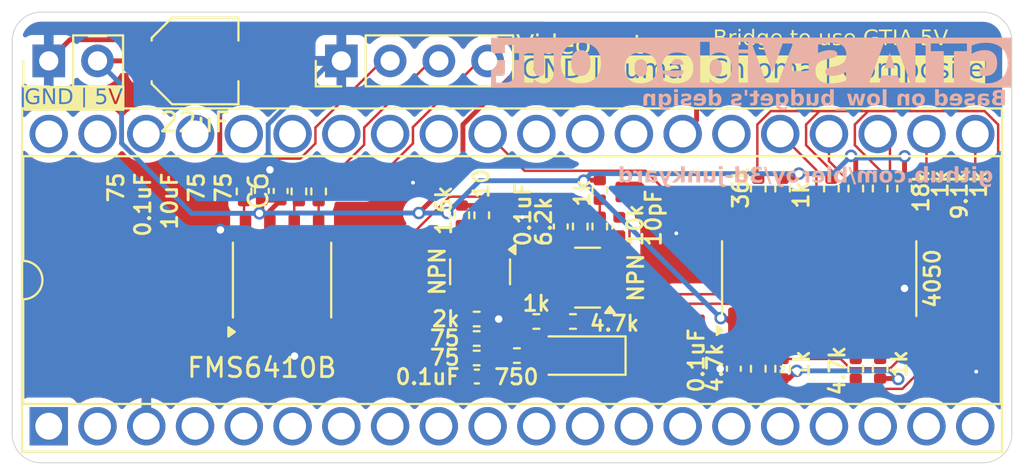
<source format=kicad_pcb>
(kicad_pcb (version 20240108) (generator "pcbnew") (generator_version "8.0")
  (title_block (title "S-video Atari board") (date "2025-01-16") (rev "3"))
  (layers (0 "F.Cu" signal) (31 "B.Cu" signal) (34 "B.Paste" user) (35 "F.Paste" user) (36 "B.SilkS" user "B.Silkscreen") (37 "F.SilkS" user "F.Silkscreen") (38 "B.Mask" user) (39 "F.Mask" user) (44 "Edge.Cuts" user))
  (net 0 "")
  (net 1 "Net-(U2-Y_{IN})")
  (net 2 "Net-(C1-Pad2)")
  (net 3 "Net-(C2-Pad2)")
  (net 4 "Net-(Q2-B)")
  (net 5 "Net-(U2-C_{IN})")
  (net 6 "Net-(C3-Pad2)")
  (net 7 "GND")
  (net 8 "+5V")
  (net 9 "Net-(D1-K)")
  (net 10 "Net-(D1-A)")
  (net 13 "L2")
  (net 30 "L1")
  (net 32 "L0")
  (net 36 "SYNC")
  (net 42 "L3")
  (net 45 "CHROMA")
  (net 49 "CHROMA OUT")
  (net 50 "COMPOSITE OUT")
  (net 51 "LUMA OUT")
  (net 52 "Net-(Q1-E)")
  (net 53 "Net-(Q1-B)")
  (net 54 "Net-(Q1-C)")
  (net 55 "Net-(Q2-E)")
  (net 56 "Net-(Q2-C)")
  (net 57 "Net-(R7-Pad2)")
  (net 58 "Net-(R8-Pad2)")
  (net 59 "Net-(R9-Pad2)")
  (net 60 "Net-(R10-Pad2)")
  (net 61 "Net-(U2-Y_{OUT})")
  (net 62 "Net-(U2-CV_{OUT})")
  (net 63 "Net-(U2-C_{OUT})")
  (net 64 "Net-(R19-Pad2)")
  (net 65 "GTIA 5V")
  (footprint "Resistor_SMD:R_0402_1005Metric" (layer "F.Cu") (at 61.087 43.4848 -90)
    (property "Reference" "R5" (hide yes))
    (property "Value" "1k" (at 0.3302 -0.9652 90) (layer "F.SilkS") (effects (font (size 0.8 0.8))))
    (pad "1" smd roundrect (at -0.51 0 270) (size 0.54 0.64) (layers "F.Cu" "F.Paste" "F.Mask") (net 8 "+5V"))
    (pad "2" smd roundrect (at 0.51 0 270) (size 0.54 0.64) (layers "F.Cu" "F.Paste" "F.Mask") (net 32 "L0"))
  )
  (footprint "Resistor_SMD:R_0402_1005Metric" (layer "F.Cu") (at 51.562 43.561 90)
    (property "Reference" "R22" (hide yes))
    (property "Value" "1k" (at -0.1524 -0.9144 90) (layer "F.SilkS") (effects (font (size 0.8 0.8))))
    (pad "1" smd roundrect (at -0.51 0 90) (size 0.54 0.64) (layers "F.Cu" "F.Paste" "F.Mask") (net 56 "Net-(Q2-C)"))
    (pad "2" smd roundrect (at 0.51 0 90) (size 0.54 0.64) (layers "F.Cu" "F.Paste" "F.Mask") (net 8 "+5V"))
  )
  (footprint "Package_SO:SOIC-16_3.9x9.9mm_P1.27mm" (layer "F.Cu") (at 62.992 48.1838 90)
    (property "Reference" "U1" (hide yes))
    (property "Value" "4050" (at 0 5.9 90) (layer "F.SilkS") (effects (font (size 0.8 0.8))))
    (pad "1" smd roundrect (at -2.475 -4.445 90) (size 1.95 0.6) (layers "F.Cu" "F.Paste" "F.Mask") (net 8 "+5V"))
    (pad "2" smd roundrect (at -2.475 -3.175 90) (size 1.95 0.6) (layers "F.Cu" "F.Paste" "F.Mask") (net 64 "Net-(R19-Pad2)"))
    (pad "3" smd roundrect (at -2.475 -1.905 90) (size 1.95 0.6) (layers "F.Cu" "F.Paste" "F.Mask") (net 45 "CHROMA"))
    (pad "4" smd roundrect (at -2.475 -0.635 90) (size 1.95 0.6) (layers "F.Cu" "F.Paste" "F.Mask") (net 9 "Net-(D1-K)"))
    (pad "5" smd roundrect (at -2.475 0.635 90) (size 1.95 0.6) (layers "F.Cu" "F.Paste" "F.Mask") (net 36 "SYNC"))
    (pad "6" smd roundrect (at -2.475 1.905 90) (size 1.95 0.6) (layers "F.Cu" "F.Paste" "F.Mask") (net 58 "Net-(R8-Pad2)"))
    (pad "7" smd roundrect (at -2.475 3.175 90) (size 1.95 0.6) (layers "F.Cu" "F.Paste" "F.Mask") (net 42 "L3"))
    (pad "8" smd roundrect (at -2.475 4.445 90) (size 1.95 0.6) (layers "F.Cu" "F.Paste" "F.Mask") (net 7 "GND"))
    (pad "9" smd roundrect (at 2.475 4.445 90) (size 1.95 0.6) (layers "F.Cu" "F.Paste" "F.Mask") (net 13 "L2"))
    (pad "10" smd roundrect (at 2.475 3.175 90) (size 1.95 0.6) (layers "F.Cu" "F.Paste" "F.Mask") (net 59 "Net-(R9-Pad2)"))
    (pad "11" smd roundrect (at 2.475 1.905 90) (size 1.95 0.6) (layers "F.Cu" "F.Paste" "F.Mask") (net 30 "L1"))
    (pad "12" smd roundrect (at 2.475 0.635 90) (size 1.95 0.6) (layers "F.Cu" "F.Paste" "F.Mask") (net 60 "Net-(R10-Pad2)"))
    (pad "13" smd roundrect (at 2.475 -0.635 90) (size 1.95 0.6) (layers "F.Cu" "F.Paste" "F.Mask"))
    (pad "14" smd roundrect (at 2.475 -1.905 90) (size 1.95 0.6) (layers "F.Cu" "F.Paste" "F.Mask") (net 32 "L0"))
    (pad "15" smd roundrect (at 2.475 -3.175 90) (size 1.95 0.6) (layers "F.Cu" "F.Paste" "F.Mask") (net 57 "Net-(R7-Pad2)"))
    (pad "16" smd roundrect (at 2.475 -4.445 90) (size 1.95 0.6) (layers "F.Cu" "F.Paste" "F.Mask"))
  )
  (footprint "Resistor_SMD:R_0402_1005Metric" (layer "F.Cu") (at 63.627 43.4848 -90)
    (property "Reference" "R10" (hide yes))
    (property "Value" "18k" (at -1.0414 -4.673601 90) (layer "F.SilkS") (effects (font (size 0.8 0.8)) (justify right)))
    (pad "1" smd roundrect (at -0.51 0 270) (size 0.54 0.64) (layers "F.Cu" "F.Paste" "F.Mask") (net 53 "Net-(Q1-B)"))
    (pad "2" smd roundrect (at 0.51 0 270) (size 0.54 0.64) (layers "F.Cu" "F.Paste" "F.Mask") (net 60 "Net-(R10-Pad2)"))
  )
  (footprint "Package_DIP:DIP-40_W15.24mm_Socket" (layer "F.Cu") (at 22.86 55.88 90)
    (property "Reference" "J1" (hide yes))
    (property "Value" "GTIA" (hide yes))
    (pad "1" thru_hole rect (at 0 0 90) (size 2 2) (drill 1.4) (layers "*.Cu" "*.Mask"))
    (pad "2" thru_hole oval (at 0 2.54 90) (size 2 2) (drill 1.4) (layers "*.Cu" "*.Mask"))
    (pad "3" thru_hole oval (at 0 5.08 90) (size 2 2) (drill 1.4) (layers "*.Cu" "*.Mask") (net 7 "GND"))
    (pad "4" thru_hole oval (at 0 7.62 90) (size 2 2) (drill 1.4) (layers "*.Cu" "*.Mask"))
    (pad "5" thru_hole oval (at 0 10.16 90) (size 2 2) (drill 1.4) (layers "*.Cu" "*.Mask"))
    (pad "6" thru_hole oval (at 0 12.7 90) (size 2 2) (drill 1.4) (layers "*.Cu" "*.Mask"))
    (pad "7" thru_hole oval (at 0 15.24 90) (size 2 2) (drill 1.4) (layers "*.Cu" "*.Mask"))
    (pad "8" thru_hole oval (at 0 17.78 90) (size 2 2) (drill 1.4) (layers "*.Cu" "*.Mask"))
    (pad "9" thru_hole oval (at 0 20.32 90) (size 2 2) (drill 1.4) (layers "*.Cu" "*.Mask"))
    (pad "10" thru_hole oval (at 0 22.86 90) (size 2 2) (drill 1.4) (layers "*.Cu" "*.Mask"))
    (pad "11" thru_hole oval (at 0 25.4 90) (size 2 2) (drill 1.4) (layers "*.Cu" "*.Mask"))
    (pad "12" thru_hole oval (at 0 27.94 90) (size 2 2) (drill 1.4) (layers "*.Cu" "*.Mask"))
    (pad "13" thru_hole oval (at 0 30.48 90) (size 2 2) (drill 1.4) (layers "*.Cu" "*.Mask"))
    (pad "14" thru_hole oval (at 0 33.02 90) (size 2 2) (drill 1.4) (layers "*.Cu" "*.Mask"))
    (pad "15" thru_hole oval (at 0 35.56 90) (size 2 2) (drill 1.4) (layers "*.Cu" "*.Mask"))
    (pad "16" thru_hole oval (at 0 38.1 90) (size 2 2) (drill 1.4) (layers "*.Cu" "*.Mask"))
    (pad "17" thru_hole oval (at 0 40.64 90) (size 2 2) (drill 1.4) (layers "*.Cu" "*.Mask"))
    (pad "18" thru_hole oval (at 0 43.18 90) (size 2 2) (drill 1.4) (layers "*.Cu" "*.Mask"))
    (pad "19" thru_hole oval (at 0 45.72 90) (size 2 2) (drill 1.4) (layers "*.Cu" "*.Mask"))
    (pad "20" thru_hole oval (at 0 48.26 90) (size 2 2) (drill 1.4) (layers "*.Cu" "*.Mask"))
    (pad "21" thru_hole oval (at 15.24 48.26 90) (size 2 2) (drill 1.4) (layers "*.Cu" "*.Mask") (net 45 "CHROMA"))
    (pad "22" thru_hole oval (at 15.24 45.72 90) (size 2 2) (drill 1.4) (layers "*.Cu" "*.Mask") (net 30 "L1"))
    (pad "23" thru_hole oval (at 15.24 43.18 90) (size 2 2) (drill 1.4) (layers "*.Cu" "*.Mask") (net 13 "L2"))
    (pad "24" thru_hole oval (at 15.24 40.64 90) (size 2 2) (drill 1.4) (layers "*.Cu" "*.Mask") (net 42 "L3"))
    (pad "25" thru_hole oval (at 15.24 38.1 90) (size 2 2) (drill 1.4) (layers "*.Cu" "*.Mask") (net 36 "SYNC"))
    (pad "26" thru_hole oval (at 15.24 35.56 90) (size 2 2) (drill 1.4) (layers "*.Cu" "*.Mask"))
    (pad "27" thru_hole oval (at 15.24 33.02 90) (size 2 2) (drill 1.4) (layers "*.Cu" "*.Mask") (net 65 "GTIA 5V"))
    (pad "28" thru_hole oval (at 15.24 30.48 90) (size 2 2) (drill 1.4) (layers "*.Cu" "*.Mask"))
    (pad "29" thru_hole oval (at 15.24 27.94 90) (size 2 2) (drill 1.4) (layers "*.Cu" "*.Mask"))
    (pad "30" thru_hole oval (at 15.24 25.4 90) (size 2 2) (drill 1.4) (layers "*.Cu" "*.Mask"))
    (pad "31" thru_hole oval (at 15.24 22.86 90) (size 2 2) (drill 1.4) (layers "*.Cu" "*.Mask") (net 32 "L0"))
    (pad "32" thru_hole oval (at 15.24 20.32 90) (size 2 2) (drill 1.4) (layers "*.Cu" "*.Mask"))
    (pad "33" thru_hole oval (at 15.24 17.78 90) (size 2 2) (drill 1.4) (layers "*.Cu" "*.Mask"))
    (pad "34" thru_hole oval (at 15.24 15.24 90) (size 2 2) (drill 1.4) (layers "*.Cu" "*.Mask"))
    (pad "35" thru_hole oval (at 15.24 12.7 90) (size 2 2) (drill 1.4) (layers "*.Cu" "*.Mask"))
    (pad "36" thru_hole oval (at 15.24 10.16 90) (size 2 2) (drill 1.4) (layers "*.Cu" "*.Mask"))
    (pad "37" thru_hole oval (at 15.24 7.62 90) (size 2 2) (drill 1.4) (layers "*.Cu" "*.Mask"))
    (pad "38" thru_hole oval (at 15.24 5.08 90) (size 2 2) (drill 1.4) (layers "*.Cu" "*.Mask"))
    (pad "39" thru_hole oval (at 15.24 2.54 90) (size 2 2) (drill 1.4) (layers "*.Cu" "*.Mask"))
    (pad "40" thru_hole oval (at 15.24 0 90) (size 2 2) (drill 1.4) (layers "*.Cu" "*.Mask"))
  )
  (footprint "Capacitor_SMD:C_0402_1005Metric" (layer "F.Cu") (at 34.9392 43.6118 90)
    (property "Reference" "C6" (at 0 -1.16 90) (layer "F.SilkS"))
    (property "Value" "10uF" (at 1.0414 -5.78 90) (layer "F.SilkS") (effects (font (size 0.8 0.8)) (justify right)))
    (pad "1" smd roundrect (at -0.48 0 90) (size 0.56 0.62) (layers "F.Cu" "F.Paste" "F.Mask") (net 8 "+5V"))
    (pad "2" smd roundrect (at 0.48 0 90) (size 0.56 0.62) (layers "F.Cu" "F.Paste" "F.Mask") (net 7 "GND"))
  )
  (footprint "Resistor_SMD:R_0402_1005Metric" (layer "F.Cu") (at 64.897 52.8828 90)
    (property "Reference" "R8" (hide yes))
    (property "Value" "4.7k" (at -0.1016 -0.9652 90) (layer "F.SilkS") (effects (font (size 0.8 0.8))))
    (pad "1" smd roundrect (at -0.51 0 90) (size 0.54 0.64) (layers "F.Cu" "F.Paste" "F.Mask") (net 53 "Net-(Q1-B)"))
    (pad "2" smd roundrect (at 0.51 0 90) (size 0.54 0.64) (layers "F.Cu" "F.Paste" "F.Mask") (net 58 "Net-(R8-Pad2)"))
  )
  (footprint "Resistor_SMD:R_0402_1005Metric" (layer "F.Cu") (at 45.1499 50.292 180)
    (property "Reference" "R13" (hide yes))
    (property "Value" "2k" (at 0.8015 0.008466 360) (layer "F.SilkS") (effects (font (size 0.8 0.8)) (justify right)))
    (pad "1" smd roundrect (at -0.51 0 180) (size 0.54 0.64) (layers "F.Cu" "F.Paste" "F.Mask") (net 7 "GND"))
    (pad "2" smd roundrect (at 0.51 0 180) (size 0.54 0.64) (layers "F.Cu" "F.Paste" "F.Mask") (net 53 "Net-(Q1-B)"))
  )
  (footprint "Resistor_SMD:R_0402_1005Metric" (layer "F.Cu") (at 45.1499 52.324 180)
    (property "Reference" "R14" (hide yes))
    (property "Value" "75" (at 0.8015 0.0254 360) (layer "F.SilkS") (effects (font (size 0.8 0.8)) (justify right)))
    (pad "1" smd roundrect (at -0.51 0 180) (size 0.54 0.64) (layers "F.Cu" "F.Paste" "F.Mask") (net 2 "Net-(C1-Pad2)"))
    (pad "2" smd roundrect (at 0.51 0 180) (size 0.54 0.64) (layers "F.Cu" "F.Paste" "F.Mask") (net 52 "Net-(Q1-E)"))
  )
  (footprint "Package_SO:SOIC-8-1EP_3.9x4.9mm_P1.27mm_EP2.29x3mm" (layer "F.Cu") (at 35.0124 48.26 90)
    (property "Reference" "U2" (hide yes))
    (property "Value" "FMS6410B" (at -4.572 -1.0526 180) (layer "F.SilkS"))
    (pad "1" smd roundrect (at -2.475 -1.905 90) (size 1.95 0.6) (layers "F.Cu" "F.Paste" "F.Mask") (net 1 "Net-(U2-Y_{IN})"))
    (pad "2" smd roundrect (at -2.475 -0.635 90) (size 1.95 0.6) (layers "F.Cu" "F.Paste" "F.Mask"))
    (pad "3" smd roundrect (at -2.475 0.635 90) (size 1.95 0.6) (layers "F.Cu" "F.Paste" "F.Mask") (net 7 "GND"))
    (pad "4" smd roundrect (at -2.475 1.905 90) (size 1.95 0.6) (layers "F.Cu" "F.Paste" "F.Mask") (net 5 "Net-(U2-C_{IN})"))
    (pad "5" smd roundrect (at 2.475 1.905 90) (size 1.95 0.6) (layers "F.Cu" "F.Paste" "F.Mask") (net 63 "Net-(U2-C_{OUT})"))
    (pad "6" smd roundrect (at 2.475 0.635 90) (size 1.95 0.6) (layers "F.Cu" "F.Paste" "F.Mask") (net 62 "Net-(U2-CV_{OUT})"))
    (pad "7" smd roundrect (at 2.475 -0.635 90) (size 1.95 0.6) (layers "F.Cu" "F.Paste" "F.Mask") (net 8 "+5V"))
    (pad "8" smd roundrect (at 2.475 -1.905 90) (size 1.95 0.6) (layers "F.Cu" "F.Paste" "F.Mask") (net 61 "Net-(U2-Y_{OUT})"))
    (pad "9" smd rect (at 0 0 90) (size 2.29 3) (property pad_prop_heatsink) (layers "F.Cu" "F.Mask"))
  )
  (footprint "Resistor_SMD:R_0402_1005Metric" (layer "F.Cu") (at 50.546 45.466 90)
    (property "Reference" "R23" (hide yes))
    (property "Value" "6.2k" (at -1.1176 -1.905 90) (layer "F.SilkS") (effects (font (size 0.8 0.8)) (justify left)))
    (pad "1" smd roundrect (at -0.51 0 90) (size 0.54 0.64) (layers "F.Cu" "F.Paste" "F.Mask") (net 6 "Net-(C3-Pad2)"))
    (pad "2" smd roundrect (at 0.51 0 90) (size 0.54 0.64) (layers "F.Cu" "F.Paste" "F.Mask") (net 56 "Net-(Q2-C)"))
  )
  (footprint "Connector_PinHeader_2.54mm:PinHeader_1x04_P2.54mm_Vertical" (layer "F.Cu") (at 38.1 36.83 90)
    (property "Reference" "J3" (hide yes))
    (property "Value" "Video out" (at 0.7874 12.4206 180) (layer "F.SilkS"))
    (pad "1" thru_hole rect (at 0 0 90) (size 1.7 1.7) (drill 1) (layers "*.Cu" "*.Mask") (net 7 "GND"))
    (pad "2" thru_hole oval (at 0 2.54 90) (size 1.7 1.7) (drill 1) (layers "*.Cu" "*.Mask") (net 51 "LUMA OUT"))
    (pad "3" thru_hole oval (at 0 5.08 90) (size 1.7 1.7) (drill 1) (layers "*.Cu" "*.Mask") (net 49 "CHROMA OUT"))
    (pad "4" thru_hole oval (at 0 7.62 90) (size 1.7 1.7) (drill 1) (layers "*.Cu" "*.Mask") (net 50 "COMPOSITE OUT"))
  )
  (footprint "Resistor_SMD:R_0402_1005Metric" (layer "F.Cu") (at 67.437 43.4848 -90)
    (property "Reference" "R3" (hide yes))
    (property "Value" "1k" (at -1.0414 -3.860799 90) (layer "F.SilkS") (effects (font (size 0.8 0.8)) (justify right)))
    (pad "1" smd roundrect (at -0.51 0 270) (size 0.54 0.64) (layers "F.Cu" "F.Paste" "F.Mask") (net 8 "+5V"))
    (pad "2" smd roundrect (at 0.51 0 270) (size 0.54 0.64) (layers "F.Cu" "F.Paste" "F.Mask") (net 13 "L2"))
  )
  (footprint "Resistor_SMD:R_0402_1005Metric" (layer "F.Cu") (at 64.897 43.4848 -90)
    (property "Reference" "R4" (hide yes))
    (property "Value" "1k" (at -1.0414 -4.402667 90) (layer "F.SilkS") (effects (font (size 0.8 0.8)) (justify right)))
    (pad "1" smd roundrect (at -0.51 0 270) (size 0.54 0.64) (layers "F.Cu" "F.Paste" "F.Mask") (net 8 "+5V"))
    (pad "2" smd roundrect (at 0.51 0 270) (size 0.54 0.64) (layers "F.Cu" "F.Paste" "F.Mask") (net 30 "L1"))
  )
  (footprint "Resistor_SMD:R_0402_1005Metric" (layer "F.Cu") (at 33.0342 43.6372 90)
    (property "Reference" "R16" (hide yes))
    (property "Value" "75" (at 1.0668 -6.669 90) (layer "F.SilkS") (effects (font (size 0.8 0.8)) (justify right)))
    (pad "1" smd roundrect (at -0.51 0 90) (size 0.54 0.64) (layers "F.Cu" "F.Paste" "F.Mask") (net 61 "Net-(U2-Y_{OUT})"))
    (pad "2" smd roundrect (at 0.51 0 90) (size 0.54 0.64) (layers "F.Cu" "F.Paste" "F.Mask") (net 51 "LUMA OUT"))
  )
  (footprint "Resistor_SMD:R_0402_1005Metric" (layer "F.Cu") (at 51.562 45.466 -90)
    (property "Reference" "R20" (hide yes))
    (property "Value" "10k" (at 1.1176 -1.837267 90) (layer "F.SilkS") (effects (font (size 0.8 0.8)) (justify left)))
    (pad "1" smd roundrect (at -0.51 0 270) (size 0.54 0.64) (layers "F.Cu" "F.Paste" "F.Mask") (net 56 "Net-(Q2-C)"))
    (pad "2" smd roundrect (at 0.51 0 270) (size 0.54 0.64) (layers "F.Cu" "F.Paste" "F.Mask") (net 4 "Net-(Q2-B)"))
  )
  (footprint "Capacitor_SMD:C_Elec_4x5.4" (layer "F.Cu") (at 30.48 36.83)
    (property "Reference" "C7" (hide yes))
    (property "Value" "22uF" (at 0 3.2 360) (layer "F.SilkS"))
    (pad "1" smd roundrect (at -1.675 0) (size 2.65 1.6) (layers "F.Cu" "F.Paste" "F.Mask") (roundrect_rratio 0.15625) (net 8 "+5V"))
    (pad "2" smd roundrect (at 1.675 0) (size 2.65 1.6) (layers "F.Cu" "F.Paste" "F.Mask") (roundrect_rratio 0.15625) (net 7 "GND"))
  )
  (footprint "Capacitor_SMD:C_0402_1005Metric" (layer "F.Cu") (at 33.9598 43.6118 90)
    (property "Reference" "C5" (hide yes))
    (property "Value" "0.1uF" (at 1.0414 -6.1976 90) (layer "F.SilkS") (effects (font (size 0.8 0.8)) (justify right)))
    (pad "1" smd roundrect (at -0.48 0 90) (size 0.56 0.62) (layers "F.Cu" "F.Paste" "F.Mask") (net 8 "+5V"))
    (pad "2" smd roundrect (at 0.48 0 90) (size 0.56 0.62) (layers "F.Cu" "F.Paste" "F.Mask") (net 7 "GND"))
  )
  (footprint "Resistor_SMD:R_0402_1005Metric" (layer "F.Cu") (at 61.087 52.8828 -90)
    (property "Reference" "R1" (hide yes))
    (property "Value" "1k" (at -0.254 -0.9906 -90) (layer "F.SilkS") (effects (font (size 0.8 0.8))))
    (fp_text user "${REFERENCE}" (at 0 0 90) (layer "F.SilkS") (effects (font (size 0.26 0.26) (thickness 0.04))))
    (pad "1" smd roundrect (at -0.51 0 270) (size 0.54 0.64) (layers "F.Cu" "F.Paste" "F.Mask") (net 45 "CHROMA"))
    (pad "2" smd roundrect (at 0.51 0 270) (size 0.54 0.64) (layers "F.Cu" "F.Paste" "F.Mask") (net 8 "+5V"))
  )
  (footprint "DecenTKL:D_SOD-123" (layer "F.Cu") (at 50.546 52.197 180)
    (property "Reference" "D1" (hide yes))
    (property "Value" "SM4007PL" (hide yes))
    (pad "1" smd roundrect (at -1.65 0 180) (size 0.9 1.2) (layers "F.Cu" "F.Paste" "F.Mask") (net 9 "Net-(D1-K)"))
    (pad "2" smd roundrect (at 1.65 0 180) (size 0.9 1.2) (layers "F.Cu" "F.Paste" "F.Mask") (net 10 "Net-(D1-A)"))
  )
  (footprint "Capacitor_SMD:C_0402_1005Metric" (layer "F.Cu") (at 49.53 45.466 -90)
    (property "Reference" "C3" (hide yes))
    (property "Value" "0.1uF" (at 1.1176 1.972733 90) (layer "F.SilkS") (effects (font (size 0.8 0.8)) (justify left)))
    (pad "1" smd roundrect (at -0.48 0 270) (size 0.56 0.62) (layers "F.Cu" "F.Paste" "F.Mask") (net 5 "Net-(U2-C_{IN})"))
    (pad "2" smd roundrect (at 0.48 0 270) (size 0.56 0.62) (layers "F.Cu" "F.Paste" "F.Mask") (net 6 "Net-(C3-Pad2)"))
  )
  (footprint "Jumper:SolderJumper-2_P1.3mm_Open_TrianglePad1.0x1.5mm" (layer "F.Cu") (at 55.88 35.56 180)
    (property "Reference" "JP1" (hide yes))
    (property "Value" "SolderJumper_2_Open" (hide yes))
    (pad "1" smd custom (at -0.725 0 180) (size 0.3 0.3) (layers "F.Cu" "F.Mask") (net 65 "GTIA 5V") (options (clearance outline) (anchor rect)) (primitives (gr_poly (pts (xy 1 0) (xy 0.5 0.75) (xy -0.5 0.75) (xy -0.5 -0.75) (xy 0.5 -0.75)) (width 0) (fill yes))))
    (pad "2" smd custom (at 0.725 0 180) (size 0.3 0.3) (layers "F.Cu" "F.Mask") (net 8 "+5V") (options (clearance outline) (anchor rect)) (primitives (gr_poly (pts (xy 0.5 0.75) (xy -0.65 0.75) (xy -0.15 0) (xy -0.65 -0.75) (xy 0.5 -0.75)) (width 0) (fill yes))))
  )
  (footprint "Resistor_SMD:R_0402_1005Metric" (layer "F.Cu") (at 45.1499 51.308 180)
    (property "Reference" "R15" (hide yes))
    (property "Value" "75" (at 0.8015 0.016933 360) (layer "F.SilkS") (effects (font (size 0.8 0.8)) (justify right)))
    (pad "1" smd roundrect (at -0.51 0 180) (size 0.54 0.64) (layers "F.Cu" "F.Paste" "F.Mask") (net 7 "GND"))
    (pad "2" smd roundrect (at 0.51 0 180) (size 0.54 0.64) (layers "F.Cu" "F.Paste" "F.Mask") (net 52 "Net-(Q1-E)"))
  )
  (footprint "Resistor_SMD:R_0402_1005Metric" (layer "F.Cu") (at 66.167 52.8828 90)
    (property "Reference" "R2" (hide yes))
    (property "Value" "1k" (at 0.254 0.9906 90) (layer "F.SilkS") (effects (font (size 0.8 0.8))))
    (pad "1" smd roundrect (at -0.51 0 90) (size 0.54 0.64) (layers "F.Cu" "F.Paste" "F.Mask") (net 8 "+5V"))
    (pad "2" smd roundrect (at 0.51 0 90) (size 0.54 0.64) (layers "F.Cu" "F.Paste" "F.Mask") (net 42 "L3"))
  )
  (footprint "Capacitor_SMD:C_0402_1005Metric" (layer "F.Cu") (at 52.578 45.466 90)
    (property "Reference" "C2" (hide yes))
    (property "Value" "10pF" (at -1.1176 1.778 90) (layer "F.SilkS") (effects (font (size 0.8 0.8)) (justify left)))
    (pad "1" smd roundrect (at -0.48 0 90) (size 0.56 0.62) (layers "F.Cu" "F.Paste" "F.Mask") (net 4 "Net-(Q2-B)"))
    (pad "2" smd roundrect (at 0.48 0 90) (size 0.56 0.62) (layers "F.Cu" "F.Paste" "F.Mask") (net 3 "Net-(C2-Pad2)"))
  )
  (footprint "Resistor_SMD:R_0402_1005Metric" (layer "F.Cu") (at 47.244 52.197)
    (property "Reference" "R6" (hide yes))
    (property "Value" "750" (at -0.0254 1.1176 360) (layer "F.SilkS") (effects (font (size 0.8 0.8))))
    (pad "1" smd roundrect (at -0.51 0) (size 0.54 0.64) (layers "F.Cu" "F.Paste" "F.Mask") (net 53 "Net-(Q1-B)"))
    (pad "2" smd roundrect (at 0.51 0) (size 0.54 0.64) (layers "F.Cu" "F.Paste" "F.Mask") (net 10 "Net-(D1-A)"))
  )
  (footprint "Resistor_SMD:R_0402_1005Metric" (layer "F.Cu") (at 48.26 50.419 180)
    (property "Reference" "R24" (hide yes))
    (property "Value" "1k" (at 0 0.9398 360) (layer "F.SilkS") (effects (font (size 0.8 0.8))))
    (pad "1" smd roundrect (at -0.51 0 180) (size 0.54 0.64) (layers "F.Cu" "F.Paste" "F.Mask") (net 55 "Net-(Q2-E)"))
    (pad "2" smd roundrect (at 0.51 0 180) (size 0.54 0.64) (layers "F.Cu" "F.Paste" "F.Mask") (net 6 "Net-(C3-Pad2)"))
  )
  (footprint "Resistor_SMD:R_0402_1005Metric" (layer "F.Cu") (at 66.167 43.4848 -90)
    (property "Reference" "R9" (hide yes))
    (property "Value" "9.1k" (at -1.0414 -4.131733 90) (layer "F.SilkS") (effects (font (size 0.8 0.8)) (justify right)))
    (pad "1" smd roundrect (at -0.51 0 270) (size 0.54 0.64) (layers "F.Cu" "F.Paste" "F.Mask") (net 53 "Net-(Q1-B)"))
    (pad "2" smd roundrect (at 0.51 0 270) (size 0.54 0.64) (layers "F.Cu" "F.Paste" "F.Mask") (net 59 "Net-(R9-Pad2)"))
  )
  (footprint "Resistor_SMD:R_0402_1005Metric" (layer "F.Cu") (at 59.817 52.8828 90)
    (property "Reference" "R19" (hide yes))
    (property "Value" "4.7k" (at 0.0508 -2.2606 -90) (layer "F.SilkS") (effects (font (size 0.8 0.8))))
    (pad "1" smd roundrect (at -0.51 0 90) (size 0.54 0.64) (layers "F.Cu" "F.Paste" "F.Mask") (net 3 "Net-(C2-Pad2)"))
    (pad "2" smd roundrect (at 0.51 0 90) (size 0.54 0.64) (layers "F.Cu" "F.Paste" "F.Mask") (net 64 "Net-(R19-Pad2)"))
  )
  (footprint "Capacitor_SMD:C_0402_1005Metric" (layer "F.Cu") (at 45.1612 53.2892)
    (property "Reference" "C1" (hide yes))
    (property "Value" "0.1uF" (at -0.8128 0.016933 360) (layer "F.SilkS") (effects (font (size 0.8 0.8)) (justify right)))
    (pad "1" smd roundrect (at -0.48 0) (size 0.56 0.62) (layers "F.Cu" "F.Paste" "F.Mask") (net 1 "Net-(U2-Y_{IN})"))
    (pad "2" smd roundrect (at 0.48 0) (size 0.56 0.62) (layers "F.Cu" "F.Paste" "F.Mask") (net 2 "Net-(C1-Pad2)"))
  )
  (footprint "Package_TO_SOT_SMD:SOT-23" (layer "F.Cu") (at 50.927 48.133 180)
    (property "Reference" "Q2" (hide yes))
    (property "Value" "NPN" (at -2.5146 0 90) (layer "F.SilkS") (effects (font (size 0.8 0.8))))
    (pad "1" smd roundrect (at -0.9375 -0.95 180) (size 1.475 0.6) (layers "F.Cu" "F.Paste" "F.Mask") (net 55 "Net-(Q2-E)"))
    (pad "2" smd roundrect (at -0.9375 0.95 180) (size 1.475 0.6) (layers "F.Cu" "F.Paste" "F.Mask") (net 4 "Net-(Q2-B)"))
    (pad "3" smd roundrect (at 0.9375 0 180) (size 1.475 0.6) (layers "F.Cu" "F.Paste" "F.Mask") (net 56 "Net-(Q2-C)"))
  )
  (footprint "Resistor_SMD:R_0402_1005Metric" (layer "F.Cu") (at 45.4152 44.8818 90)
    (property "Reference" "R12" (hide yes))
    (property "Value" "10" (at 1.651 -0.0254 90) (layer "F.SilkS") (effects (font (size 0.8 0.8))))
    (pad "1" smd roundrect (at -0.51 0 90) (size 0.54 0.64) (layers "F.Cu" "F.Paste" "F.Mask") (net 54 "Net-(Q1-C)"))
    (pad "2" smd roundrect (at 0.51 0 90) (size 0.54 0.64) (layers "F.Cu" "F.Paste" "F.Mask") (net 8 "+5V"))
  )
  (footprint "Resistor_SMD:R_0402_1005Metric" (layer "F.Cu") (at 59.817 43.4848 -90)
    (property "Reference" "R7" (hide yes))
    (property "Value" "36k" (at -0.0508 0.9144 90) (layer "F.SilkS") (effects (font (size 0.8 0.8))))
    (pad "1" smd roundrect (at -0.51 0 270) (size 0.54 0.64) (layers "F.Cu" "F.Paste" "F.Mask") (net 53 "Net-(Q1-B)"))
    (pad "2" smd roundrect (at 0.51 0 270) (size 0.54 0.64) (layers "F.Cu" "F.Paste" "F.Mask") (net 57 "Net-(R7-Pad2)"))
  )
  (footprint "Package_TO_SOT_SMD:SOT-23" (layer "F.Cu") (at 45.3277 47.8282 -90)
    (property "Reference" "Q1" (hide yes))
    (property "Value" "NPN" (at -0.0254 2.2239 90) (layer "F.SilkS") (effects (font (size 0.8 0.8))))
    (pad "1" smd roundrect (at -0.9375 -0.95 270) (size 1.475 0.6) (layers "F.Cu" "F.Paste" "F.Mask") (net 52 "Net-(Q1-E)"))
    (pad "2" smd roundrect (at -0.9375 0.95 270) (size 1.475 0.6) (layers "F.Cu" "F.Paste" "F.Mask") (net 53 "Net-(Q1-B)"))
    (pad "3" smd roundrect (at 0.9375 0 270) (size 1.475 0.6) (layers "F.Cu" "F.Paste" "F.Mask") (net 54 "Net-(Q1-C)"))
  )
  (footprint "Resistor_SMD:R_0402_1005Metric" (layer "F.Cu") (at 44.3738 44.8818 90)
    (property "Reference" "R11" (hide yes))
    (property "Value" "1.6k" (at 0.254 -0.9398 90) (layer "F.SilkS") (effects (font (size 0.8 0.8))))
    (pad "1" smd roundrect (at -0.51 0 90) (size 0.54 0.64) (layers "F.Cu" "F.Paste" "F.Mask") (net 53 "Net-(Q1-B)"))
    (pad "2" smd roundrect (at 0.51 0 90) (size 0.54 0.64) (layers "F.Cu" "F.Paste" "F.Mask") (net 8 "+5V"))
  )
  (footprint "Resistor_SMD:R_0402_1005Metric" (layer "F.Cu") (at 50.165 50.419 180)
    (property "Reference" "R21" (hide yes))
    (property "Value" "4.7k" (at -2.159 -0.1016 360) (layer "F.SilkS") (effects (font (size 0.8 0.8))))
    (pad "1" smd roundrect (at -0.51 0 180) (size 0.54 0.64) (layers "F.Cu" "F.Paste" "F.Mask") (net 4 "Net-(Q2-B)"))
    (pad "2" smd roundrect (at 0.51 0 180) (size 0.54 0.64) (layers "F.Cu" "F.Paste" "F.Mask") (net 55 "Net-(Q2-E)"))
  )
  (footprint "Connector_PinHeader_2.54mm:PinHeader_1x02_P2.54mm_Vertical" (layer "F.Cu") (at 22.86 36.83 90)
    (property "Reference" "J2" (hide yes))
    (property "Value" "Power" (hide yes))
    (pad "1" thru_hole rect (at 0 0 90) (size 1.7 1.7) (drill 1) (layers "*.Cu" "*.Mask") (net 7 "GND"))
    (pad "2" thru_hole oval (at 0 2.54 90) (size 1.7 1.7) (drill 1) (layers "*.Cu" "*.Mask") (net 8 "+5V"))
  )
  (footprint "Resistor_SMD:R_0402_1005Metric" (layer "F.Cu") (at 36.9174 43.6372 90)
    (property "Reference" "R18" (hide yes))
    (property "Value" "75" (at 1.0668 -4.9642 90) (layer "F.SilkS") (effects (font (size 0.8 0.8)) (justify right)))
    (pad "1" smd roundrect (at -0.51 0 90) (size 0.54 0.64) (layers "F.Cu" "F.Paste" "F.Mask") (net 63 "Net-(U2-C_{OUT})"))
    (pad "2" smd roundrect (at 0.51 0 90) (size 0.54 0.64) (layers "F.Cu" "F.Paste" "F.Mask") (net 49 "CHROMA OUT"))
  )
  (footprint "Resistor_SMD:R_0402_1005Metric" (layer "F.Cu") (at 35.8902 43.6372 -90)
    (property "Reference" "R17" (hide yes))
    (property "Value" "75" (at -1.0668 5.334 90) (layer "F.SilkS") (effects (font (size 0.8 0.8)) (justify right)))
    (pad "1" smd roundrect (at -0.51 0 270) (size 0.54 0.64) (layers "F.Cu" "F.Paste" "F.Mask") (net 50 "COMPOSITE OUT"))
    (pad "2" smd roundrect (at 0.51 0 270) (size 0.54 0.64) (layers "F.Cu" "F.Paste" "F.Mask") (net 62 "Net-(U2-CV_{OUT})"))
  )
  (footprint "Capacitor_SMD:C_0402_1005Metric" (layer "F.Cu") (at 58.547 52.8828 -90)
    (property "Reference" "C4" (hide yes))
    (property "Value" "0.1uF" (at -0.4318 1.9558 -90) (layer "F.SilkS") (effects (font (size 0.8 0.8))))
    (pad "1" smd roundrect (at -0.48 0 270) (size 0.56 0.62) (layers "F.Cu" "F.Paste" "F.Mask") (net 8 "+5V"))
    (pad "2" smd roundrect (at 0.48 0 270) (size 0.56 0.62) (layers "F.Cu" "F.Paste" "F.Mask") (net 7 "GND"))
  )
  (gr_arc (start 22.455 57.785) (mid 21.39434 57.34566) (end 20.955 56.285) (stroke (width 0.05)) (layer "Edge.Cuts"))
  (gr_arc (start 71.525 34.29) (mid 72.58566 34.72934) (end 73.025 35.79) (stroke (width 0.05)) (layer "Edge.Cuts"))
  (gr_line (start 73.025 35.79) (end 73.025 56.285) (stroke (width 0.05)) (layer "Edge.Cuts"))
  (gr_line (start 71.525 57.785) (end 22.455 57.785) (stroke (width 0.05)) (layer "Edge.Cuts"))
  (gr_arc (start 73.025 56.285) (mid 72.58566 57.34566) (end 71.525 57.785) (stroke (width 0.05)) (layer "Edge.Cuts"))
  (gr_arc (start 20.955 35.79) (mid 21.39434 34.72934) (end 22.455 34.29) (stroke (width 0.05)) (layer "Edge.Cuts"))
  (gr_line (start 20.955 56.285) (end 20.955 35.79) (stroke (width 0.05)) (layer "Edge.Cuts"))
  (gr_line (start 22.455 34.29) (end 71.525 34.29) (stroke (width 0.05)) (layer "Edge.Cuts"))
  (gr_text "GTIA S-Video Out" (at 72.9488 38.3032 -0) (layer "B.SilkS" knockout) (effects (font (size 2 2) (thickness 0.3) (bold yes)) (justify left bottom mirror)))
  (gr_text "Based on low_budget's design" (at 72.771 39.2938 -0) (layer "B.SilkS") (effects (font (size 0.8 0.8) (thickness 0.2) (bold yes)) (justify left bottom mirror)))
  (gr_text "github.com/bleroy/3d-junkyard" (at 72.0598 43.307 -0) (layer "B.SilkS") (effects (font (size 0.8 0.8) (thickness 0.2) (bold yes)) (justify left bottom mirror)))
  (gr_text " GND | 5V " (at 21.2344 39.2176 0) (layer "F.SilkS" knockout) (effects (font (size 0.8 0.8)) (justify left bottom)))
  (gr_text "GND | Luma | Chroma | Composite " (at 47.498 37.8968 0) (layer "F.SilkS" knockout) (effects (font (size 1 1)) (justify left bottom)))
  (gr_text "Bridge to use GTIA 5V" (at 57.4548 36.1442 0) (layer "F.SilkS") (effects (font (size 0.8 0.8)) (justify left bottom)))
  (segment (start 35.470904 53.2892) (end 33.1074 50.925696) (width 0.127) (layer "F.Cu") (net 1))
  (segment (start 44.6812 53.2892) (end 35.470904 53.2892) (width 0.127) (layer "F.Cu") (net 1))
  (segment (start 45.6412 53.2892) (end 45.6412 52.3427) (width 0.127) (layer "F.Cu") (net 2))
  (segment (start 52.51302 53.07382) (end 52.94786 52.63898) (width 0.127) (layer "F.Cu") (net 3))
  (segment (start 59.817 53.223787) (end 59.817 53.3928) (width 0.127) (layer "F.Cu") (net 3))
  (segment (start 59.2328 49.8348) (end 59.2328 52.639587) (width 0.127) (layer "F.Cu") (net 3))
  (segment (start 59.2328 52.639587) (end 59.817 53.223787) (width 0.127) (layer "F.Cu") (net 3))
  (segment (start 51.87898 53.07382) (end 52.51302 53.07382) (width 0.127) (layer "F.Cu") (net 3))
  (segment (start 51.5112 52.70604) (end 51.5112 51.68796) (width 0.127) (layer "F.Cu") (net 3))
  (segment (start 52.96918 52.63898) (end 56.11486 49.4933) (width 0.127) (layer "F.Cu") (net 3))
  (segment (start 51.5112 51.68796) (end 53.1114 50.08776) (width 0.127) (layer "F.Cu") (net 3))
  (segment (start 51.87898 53.07382) (end 51.5112 52.70604) (width 0.127) (layer "F.Cu") (net 3))
  (segment (start 53.1114 45.5194) (end 52.578 44.986) (width 0.127) (layer "F.Cu") (net 3))
  (segment (start 53.1114 50.08776) (end 53.1114 45.5194) (width 0.127) (layer "F.Cu") (net 3))
  (segment (start 56.11486 49.4933) (end 58.8913 49.4933) (width 0.127) (layer "F.Cu") (net 3))
  (segment (start 58.8913 49.4933) (end 59.2328 49.8348) (width 0.127) (layer "F.Cu") (net 3))
  (segment (start 52.94786 52.63898) (end 52.96918 52.63898) (width 0.127) (layer "F.Cu") (net 3))
  (segment (start 51.562 45.976) (end 51.562 46.8805) (width 0.127) (layer "F.Cu") (net 4))
  (segment (start 51.562 46.8805) (end 51.8645 47.183) (width 0.127) (layer "F.Cu") (net 4))
  (segment (start 51.7906 50.419) (end 50.675 50.419) (width 0.127) (layer "F.Cu") (net 4))
  (segment (start 52.7925 48.111) (end 52.7925 49.4171) (width 0.127) (layer "F.Cu") (net 4))
  (segment (start 51.562 45.976) (end 52.548 45.976) (width 0.127) (layer "F.Cu") (net 4))
  (segment (start 52.7925 49.4171) (end 51.7906 50.419) (width 0.127) (layer "F.Cu") (net 4))
  (segment (start 51.8645 47.183) (end 52.7925 48.111) (width 0.127) (layer "F.Cu") (net 4))
  (segment (start 49.53 44.986) (end 48.4553 43.9113) (width 0.127) (layer "F.Cu") (net 5))
  (segment (start 48.4553 43.9113) (end 43.7411 43.9113) (width 0.127) (layer "F.Cu") (net 5))
  (segment (start 43.7411 43.9113) (end 36.9174 50.735) (width 0.127) (layer "F.Cu") (net 5))
  (segment (start 50.927 48.4378) (end 50.927 46.357) (width 0.127) (layer "F.Cu") (net 6))
  (segment (start 48.2605 49.9085) (end 49.4563 49.9085) (width 0.127) (layer "F.Cu") (net 6))
  (segment (start 50.927 46.357) (end 50.546 45.976) (width 0.127) (layer "F.Cu") (net 6))
  (segment (start 47.75 50.419) (end 48.2605 49.9085) (width 0.127) (layer "F.Cu") (net 6))
  (segment (start 50.546 45.976) (end 49.56 45.976) (width 0.127) (layer "F.Cu") (net 6))
  (segment (start 49.4563 49.9085) (end 50.927 48.4378) (width 0.127) (layer "F.Cu") (net 6))
  (segment (start 33.9598 43.1318) (end 34.9392 43.1318) (width 0.254) (layer "F.Cu") (net 7))
  (segment (start 23.964 35.726) (end 31.051 35.726) (width 0.254) (layer "F.Cu") (net 7))
  (segment (start 31.766 45.609) (end 31.766 37.219) (width 0.254) (layer "F.Cu") (net 7))
  (segment (start 22.86 36.83) (end 23.964 35.726) (width 0.254) (layer "F.Cu") (net 7))
  (segment (start 58.547 53.3628) (end 58.3138 53.3628) (width 0.254) (layer "F.Cu") (net 7))
  (segment (start 31.8008 45.6438) (end 31.766 45.609) (width 0.254) (layer "F.Cu") (net 7))
  (segment (start 45.6599 50.292) (end 46.2955 50.292) (width 0.254) (layer "F.Cu") (net 7))
  (segment (start 31.051 35.726) (end 32.155 36.83) (width 0.254) (layer "F.Cu") (net 7))
  (segment (start 35.6474 50.735) (end 35.6474 52.2082) (width 0.254) (layer "F.Cu") (net 7))
  (segment (start 35.6474 52.2082) (end 35.6616 52.2224) (width 0.254) (layer "F.Cu") (net 7))
  (segment (start 32.155 36.83) (end 38.1 36.83) (width 0.254) (layer "F.Cu") (net 7))
  (segment (start 67.437 50.6588) (end 67.437 48.6918) (width 0.254) (layer "F.Cu") (net 7))
  (segment (start 58.3138 53.3628) (end 57.8358 52.8848) (width 0.254) (layer "F.Cu") (net 7))
  (segment (start 33.9598 43.1318) (end 33.9598 42.932326) (width 0.254) (layer "F.Cu") (net 7))
  (segment (start 45.6599 51.308) (end 45.6599 50.292) (width 0.254) (layer "F.Cu") (net 7))
  (segment (start 33.9598 42.932326) (end 34.382063 42.510063) (width 0.254) (layer "F.Cu") (net 7))
  (via (at 46.2955 50.292) (size 0.6524) (drill 0.39) (layers "F.Cu" "B.Cu") (net 7))
  (via (at 34.382063 42.510063) (size 0.6524) (drill 0.39) (layers "F.Cu" "B.Cu") (net 7))
  (via (at 57.8358 52.8848) (size 0.6524) (drill 0.39) (layers "F.Cu" "B.Cu") (net 7))
  (via (at 55.5498 45.8216) (size 0.47) (drill 0.2) (layers "F.Cu" "B.Cu") (net 7))
  (via (at 67.437 48.6918) (size 0.6524) (drill 0.39) (layers "F.Cu" "B.Cu") (net 7))
  (via (at 71.1708 53.0352) (size 0.47) (drill 0.2) (layers "F.Cu" "B.Cu") (net 7))
  (via (at 35.6616 52.2224) (size 0.6524) (drill 0.39) (layers "F.Cu" "B.Cu") (net 7))
  (via (at 47.5234 44.9834) (size 0.47) (drill 0.2) (layers "F.Cu" "B.Cu") (net 7))
  (via (at 41.8338 43.18) (size 0.47) (drill 0.2) (layers "F.Cu" "B.Cu") (net 7))
  (via (at 31.8008 45.6438) (size 0.6524) (drill 0.39) (layers "F.Cu" "B.Cu") (net 7))
  (segment (start 34.29 40.136576) (end 37.596576 36.83) (width 0.254) (layer "B.Cu") (net 7))
  (segment (start 35.6616 52.2224) (end 44.3651 52.2224) (width 0.254) (layer "B.Cu") (net 7))
  (segment (start 44.3651 52.2224) (end 46.2955 50.292) (width 0.254) (layer "B.Cu") (net 7))
  (segment (start 35.6616 52.2224) (end 31.8008 48.3616) (width 0.254) (layer "B.Cu") (net 7))
  (segment (start 27.94 52.2224) (end 31.8008 48.3616) (width 0.254) (layer "B.Cu") (net 7))
  (segment (start 46.2955 50.292) (end 55.243 50.292) (width 0.254) (layer "B.Cu") (net 7))
  (segment (start 27.94 55.88) (end 27.94 52.2224) (width 0.254) (layer "B.Cu") (net 7))
  (segment (start 34.29 42.418) (end 34.29 40.136576) (width 0.254) (layer "B.Cu") (net 7))
  (segment (start 31.8008 48.3616) (end 31.8008 45.6438) (width 0.254) (layer "B.Cu") (net 7))
  (segment (start 57.8358 52.8848) (end 55.243 50.292) (width 0.254) (layer "B.Cu") (net 7))
  (segment (start 34.382063 42.510063) (end 34.29 42.418) (width 0.254) (layer "B.Cu") (net 7))
  (segment (start 33.9598 44.0918) (end 34.9392 44.0918) (width 0.254) (layer "F.Cu") (net 8))
  (segment (start 59.4286 53.9168) (end 60.563 53.9168) (width 0.254) (layer "F.Cu") (net 8))
  (segment (start 67.437 41.8146) (end 67.4432 41.8084) (width 0.254) (layer "F.Cu") (net 8))
  (segment (start 44.434 40.152576) (end 44.434 42.467663) (width 0.254) (layer "F.Cu") (net 8))
  (segment (start 64.897 42.0258) (end 64.6542 41.783) (width 0.254) (layer "F.Cu") (net 8))
  (segment (start 44.011326 44.3718) (end 43.620063 44.763063) (width 0.254) (layer "F.Cu") (net 8))
  (segment (start 44.3738 44.3718) (end 44.011326 44.3718) (width 0.254) (layer "F.Cu") (net 8))
  (segment (start 61.6732 42.9748) (end 61.939032 42.708968) (width 0.254) (layer "F.Cu") (net 8))
  (segment (start 64.897 42.9748) (end 64.897 42.0258) (width 0.254) (layer "F.Cu") (net 8))
  (segment (start 61.087 53.3928) (end 61.4239 53.3928) (width 0.254) (layer "F.Cu") (net 8))
  (segment (start 58.547 52.4028) (end 59.111 52.9668) (width 0.254) (layer "F.Cu") (net 8))
  (segment (start 59.111 53.5992) (end 59.4286 53.9168) (width 0.254) (layer "F.Cu") (net 8))
  (segment (start 34.3774 45.785) (end 34.3774 44.6536) (width 0.254) (layer "F.Cu") (net 8))
  (segment (start 51.562 43.051) (end 50.7512 43.051) (width 0.254) (layer "F.Cu") (net 8))
  (segment (start 44.434 42.467663) (end 42.1386 44.763063) (width 0.254) (layer "F.Cu") (net 8))
  (segment (start 59.111 52.9668) (end 59.111 53.5992) (width 0.254) (layer "F.Cu") (net 8))
  (segment (start 61.087 42.9748) (end 61.6732 42.9748) (width 0.254) (layer "F.Cu") (net 8))
  (segment (start 33.9598 44.652353) (end 33.834621 44.777532) (width 0.254) (layer "F.Cu") (net 8))
  (segment (start 55.155 35.56) (end 49.026576 35.56) (width 0.254) (layer "F.Cu") (net 8))
  (segment (start 67.1068 53.4162) (end 67.0834 53.3928) (width 0.254) (layer "F.Cu") (net 8))
  (segment (start 25.4 36.83) (end 28.805 36.83) (width 0.254) (layer "F.Cu") (net 8))
  (segment (start 67.437 42.9748) (end 67.437 41.8146) (width 0.254) (layer "F.Cu") (net 8))
  (segment (start 61.4239 53.3928) (end 61.8236 52.9931) (width 0.254) (layer "F.Cu") (net 8))
  (segment (start 58.547 52.4028) (end 58.547 50.6588) (width 0.254) (layer "F.Cu") (net 8))
  (segment (start 67.0834 53.3928) (end 66.167 53.3928) (width 0.254) (layer "F.Cu") (net 8))
  (segment (start 44.3738 44.3718) (end 45.4152 44.3718) (width 0.254) (layer "F.Cu") (net 8))
  (segment (start 33.9598 44.0918) (end 33.9598 44.652353) (width 0.254) (layer "F.Cu") (net 8))
  (segment (start 60.563 53.9168) (end 61.087 53.3928) (width 0.254) (layer "F.Cu") (net 8))
  (segment (start 58.547 50.6588) (end 58.1294 50.2412) (width 0.254) (layer "F.Cu") (net 8))
  (segment (start 49.026576 35.56) (end 44.434 40.152576) (width 0.254) (layer "F.Cu") (net 8))
  (segment (start 58.1294 50.2412) (end 57.8612 50.2412) (width 0.254) (layer "F.Cu") (net 8))
  (segment (start 34.3774 44.6536) (end 34.9392 44.0918) (width 0.254) (layer "F.Cu") (net 8))
  (segment (start 50.7512 43.051) (end 50.7238 43.0784) (width 0.254) (layer "F.Cu") (net 8))
  (via (at 61.939032 42.708968) (size 0.6524) (drill 0.39) (layers "F.Cu" "B.Cu") (net 8))
  (via (at 33.834621 44.777532) (size 0.6524) (drill 0.39) (layers "F.Cu" "B.Cu") (net 8))
  (via (at 61.8236 52.9931) (size 0.6524) (drill 0.39) (layers "F.Cu" "B.Cu") (net 8))
  (via (at 64.6542 41.783) (size 0.6524) (drill 0.39) (layers "F.Cu" "B.Cu") (net 8))
  (via (at 57.8612 50.2412) (size 0.6524) (drill 0.39) (layers "F.Cu" "B.Cu") (net 8))
  (via (at 67.1068 53.4162) (size 0.6524) (drill 0.39) (layers "F.Cu" "B.Cu") (net 8))
  (via (at 42.1386 44.763063) (size 0.6524) (drill 0.39) (layers "F.Cu" "B.Cu") (net 8))
  (via (at 50.7238 43.0784) (size 0.6524) (drill 0.39) (layers "F.Cu" "B.Cu") (net 8))
  (via (at 67.4432 41.8084) (size 0.6524) (drill 0.39) (layers "F.Cu" "B.Cu") (net 8))
  (via (at 43.620063 44.763063) (size 0.6524) (drill 0.39) (layers "F.Cu" "B.Cu") (net 8))
  (segment (start 33.84909 44.763063) (end 33.834621 44.777532) (width 0.254) (layer "B.Cu") (net 8))
  (segment (start 26.654 41.127424) (end 26.654 38.084) (width 0.254) (layer "B.Cu") (net 8))
  (segment (start 33.834621 44.777532) (end 30.304108 44.777532) (width 0.254) (layer "B.Cu") (net 8))
  (segment (start 67.1068 53.4162) (end 66.6837 52.9931) (width 0.254) (layer "B.Cu") (net 8))
  (segment (start 66.6837 52.9931) (end 61.8236 52.9931) (width 0.254) (layer "B.Cu") (net 8))
  (segment (start 67.3576 41.894) (end 64.7652 41.894) (width 0.254) (layer "B.Cu") (net 8))
  (segment (start 61.939032 42.708968) (end 51.093232 42.708968) (width 0.254) (layer "B.Cu") (net 8))
  (segment (start 51.093232 42.708968) (end 50.7238 43.0784) (width 0.254) (layer "B.Cu") (net 8))
  (segment (start 57.8612 50.2412) (end 50.7238 43.1038) (width 0.254) (layer "B.Cu") (net 8))
  (segment (start 30.304108 44.777532) (end 26.654 41.127424) (width 0.254) (layer "B.Cu") (net 8))
  (segment (start 45.304726 43.0784) (end 43.620063 44.763063) (width 0.254) (layer "B.Cu") (net 8))
  (segment (start 61.939032 42.708968) (end 63.728232 42.708968) (width 0.254) (layer "B.Cu") (net 8))
  (segment (start 63.728232 42.708968) (end 64.6542 41.783) (width 0.254) (layer "B.Cu") (net 8))
  (segment (start 43.620063 44.763063) (end 42.1386 44.763063) (width 0.254) (layer "B.Cu") (net 8))
  (segment (start 26.654 38.084) (end 25.4 36.83) (width 0.254) (layer "B.Cu") (net 8))
  (segment (start 42.1386 44.763063) (end 33.84909 44.763063) (width 0.254) (layer "B.Cu") (net 8))
  (segment (start 50.7238 43.0784) (end 45.304726 43.0784) (width 0.254) (layer "B.Cu") (net 8))
  (segment (start 50.7238 43.1038) (end 50.7238 43.0784) (width 0.254) (layer "B.Cu") (net 8))
  (segment (start 67.4432 41.8084) (end 67.3576 41.894) (width 0.254) (layer "B.Cu") (net 8))
  (segment (start 64.7652 41.894) (end 64.6542 41.783) (width 0.254) (layer "B.Cu") (net 8))
  (segment (start 62.357 49.683801) (end 61.669799 48.9966) (width 0.127) (layer "F.Cu") (net 9))
  (segment (start 62.357 50.6588) (end 62.357 49.683801) (width 0.127) (layer "F.Cu") (net 9))
  (segment (start 55.3964 48.9966) (end 52.196 52.197) (width 0.127) (layer "F.Cu") (net 9))
  (segment (start 61.669799 48.9966) (end 55.3964 48.9966) (width 0.127) (layer "F.Cu") (net 9))
  (segment (start 47.754 52.197) (end 48.896 52.197) (width 0.127) (layer "F.Cu") (net 10))
  (segment (start 66.6775 43.2353) (end 67.437 43.9948) (width 0.127) (layer "F.Cu") (net 13))
  (segment (start 67.437 45.7088) (end 67.437 43.9948) (width 0.127) (layer "F.Cu") (net 13))
  (segment (start 66.6775 41.2775) (end 66.6775 43.2353) (width 0.127) (layer "F.Cu") (net 13))
  (segment (start 66.04 40.64) (end 66.6775 41.2775) (width 0.127) (layer "F.Cu") (net 13))
  (segment (start 67.732196 46.8743) (end 65.3401 46.8743) (width 0.127) (layer "F.Cu") (net 30))
  (segment (start 68.58 46.026496) (end 67.732196 46.8743) (width 0.127) (layer "F.Cu") (net 30))
  (segment (start 68.58 40.64) (end 68.58 46.026496) (width 0.127) (layer "F.Cu") (net 30))
  (segment (start 64.897 46.4312) (end 64.897 45.7088) (width 0.127) (layer "F.Cu") (net 30))
  (segment (start 65.3401 46.8743) (end 64.897 46.4312) (width 0.127) (layer "F.Cu") (net 30))
  (segment (start 64.897 45.7088) (end 64.897 43.9948) (width 0.127) (layer "F.Cu") (net 30))
  (segment (start 58.291304 46.9138) (end 60.856999 46.9138) (width 0.127) (layer "F.Cu") (net 32))
  (segment (start 45.72 40.64) (end 47.6417 42.5617) (width 0.127) (layer "F.Cu") (net 32))
  (segment (start 60.856999 46.9138) (end 61.087 46.683799) (width 0.127) (layer "F.Cu") (net 32))
  (segment (start 61.087 43.9948) (end 61.087 45.7088) (width 0.127) (layer "F.Cu") (net 32))
  (segment (start 53.939204 42.5617) (end 58.291304 46.9138) (width 0.127) (layer "F.Cu") (net 32))
  (segment (start 61.087 46.683799) (end 61.087 45.7088) (width 0.127) (layer "F.Cu") (net 32))
  (segment (start 47.6417 42.5617) (end 53.939204 42.5617) (width 0.127) (layer "F.Cu") (net 32))
  (segment (start 62.8475 49.8793) (end 63.627 50.6588) (width 0.127) (layer "F.Cu") (net 36))
  (segment (start 60.96 40.64) (end 62.8475 42.5275) (width 0.127) (layer "F.Cu") (net 36))
  (segment (start 62.8475 42.5275) (end 62.8475 49.8793) (width 0.127) (layer "F.Cu") (net 36))
  (segment (start 66.167 49.8856) (end 66.167 50.6588) (width 0.127) (layer "F.Cu") (net 42))
  (segment (start 64.3865 42.940713) (end 64.3865 48.1051) (width 0.127) (layer "F.Cu") (net 42))
  (segment (start 63.5 42.054213) (end 64.3865 42.940713) (width 0.127) (layer "F.Cu") (net 42))
  (segment (start 64.3865 48.1051) (end 66.167 49.8856) (width 0.127) (layer "F.Cu") (net 42))
  (segment (start 66.167 52.3728) (end 66.167 50.6588) (width 0.127) (layer "F.Cu") (net 42))
  (segment (start 63.5 40.64) (end 63.5 42.054213) (width 0.127) (layer "F.Cu") (net 42))
  (segment (start 64.597532 52.8574) (end 66.699096 52.8574) (width 0.127) (layer "F.Cu") (net 45))
  (segment (start 61.087 52.3728) (end 64.112932 52.3728) (width 0.127) (layer "F.Cu") (net 45))
  (segment (start 64.112932 52.3728) (end 64.597532 52.8574) (width 0.127) (layer "F.Cu") (net 45))
  (segment (start 66.699096 52.8574) (end 71.12 48.436496) (width 0.127) (layer "F.Cu") (net 45))
  (segment (start 61.087 52.3728) (end 61.087 50.6588) (width 0.127) (layer "F.Cu") (net 45))
  (segment (start 71.12 48.436496) (end 71.12 40.64) (width 0.127) (layer "F.Cu") (net 45))
  (segment (start 39.2905 40.305878) (end 39.2905 41.2021) (width 0.127) (layer "F.Cu") (net 49))
  (segment (start 37.3654 43.1272) (end 36.9174 43.1272) (width 0.127) (layer "F.Cu") (net 49))
  (segment (start 39.2905 41.2021) (end 37.3654 43.1272) (width 0.127) (layer "F.Cu") (net 49))
  (segment (start 42.766378 36.83) (end 39.2905 40.305878) (width 0.127) (layer "F.Cu") (net 49))
  (segment (start 41.8305 41.133122) (end 39.351822 43.6118) (width 0.127) (layer "F.Cu") (net 50))
  (segment (start 45.2849 36.83) (end 41.8305 40.2844) (width 0.127) (layer "F.Cu") (net 50))
  (segment (start 36.132 43.6118) (end 35.6474 43.1272) (width 0.127) (layer "F.Cu") (net 50))
  (segment (start 39.351822 43.6118) (end 36.132 43.6118) (width 0.127) (layer "F.Cu") (net 50))
  (segment (start 41.8305 40.2844) (end 41.8305 41.133122) (width 0.127) (layer "F.Cu") (net 50))
  (segment (start 36.7505 41.133122) (end 35.957311 41.926311) (width 0.127) (layer "F.Cu") (net 51))
  (segment (start 33.0342 43.1272) (end 34.235089 41.926311) (width 0.127) (layer "F.Cu") (net 51))
  (segment (start 40.226378 36.83) (end 36.7505 40.305878) (width 0.127) (layer "F.Cu") (net 51))
  (segment (start 36.7505 40.305878) (end 36.7505 41.133122) (width 0.127) (layer "F.Cu") (net 51))
  (segment (start 34.235089 41.926311) (end 35.957311 41.926311) (width 0.127) (layer "F.Cu") (net 51))
  (segment (start 45.386332 49.7815) (end 45.1104 50.057432) (width 0.127) (layer "F.Cu") (net 52))
  (segment (start 44.6399 52.324) (end 44.6399 51.308) (width 0.127) (layer "F.Cu") (net 52))
  (segment (start 46.2777 46.8907) (end 46.2777 49.1476) (width 0.127) (layer "F.Cu") (net 52))
  (segment (start 45.1104 50.8375) (end 44.6399 51.308) (width 0.127) (layer "F.Cu") (net 52))
  (segment (start 45.1104 50.057432) (end 45.1104 50.8375) (width 0.127) (layer "F.Cu") (net 52))
  (segment (start 45.6438 49.7815) (end 45.386332 49.7815) (width 0.127) (layer "F.Cu") (net 52))
  (segment (start 46.2777 49.1476) (end 45.6438 49.7815) (width 0.127) (layer "F.Cu") (net 52))
  (segment (start 44.3738 45.3918) (end 44.3738 46.8868) (width 0.127) (layer "F.Cu") (net 53))
  (segment (start 63.627 42.543) (end 62.3095 41.2255) (width 0.127) (layer "F.Cu") (net 53))
  (segment (start 48.7713 54.2343) (end 64.0555 54.2343) (width 0.127) (layer "F.Cu") (net 53))
  (segment (start 44.3738 45.3918) (end 44.8343 44.9313) (width 0.127) (layer "F.Cu") (net 53))
  (segment (start 71.613122 39.4495) (end 65.546878 39.4495) (width 0.127) (layer "F.Cu") (net 53))
  (segment (start 59.817 42.9748) (end 59.7695 42.9273) (width 0.127) (layer "F.Cu") (net 53))
  (segment (start 62.3095 40.146878) (end 63.006878 39.4495) (width 0.127) (layer "F.Cu") (net 53))
  (segment (start 72.3138 40.150178) (end 71.613122 39.4495) (width 0.127) (layer "F.Cu") (net 53))
  (segment (start 64.897 53.3928) (end 65.4371 53.9329) (width 0.127) (layer "F.Cu") (net 53))
  (segment (start 60.466878 39.4495) (end 63.006878 39.4495) (width 0.127) (layer "F.Cu") (net 53))
  (segment (start 59.7695 42.9273) (end 59.7695 40.146878) (width 0.127) (layer "F.Cu") (net 53))
  (segment (start 46.734 52.197) (end 48.7713 54.2343) (width 0.127) (layer "F.Cu") (net 53))
  (segment (start 63.006878 39.4495) (end 65.546878 39.4495) (width 0.127) (layer "F.Cu") (net 53))
  (segment (start 65.4371 53.9329) (end 67.320825 53.9329) (width 0.127) (layer "F.Cu") (net 53))
  (segment (start 66.167 42.543) (end 64.8495 41.2255) (width 0.127) (layer "F.Cu") (net 53))
  (segment (start 44.3777 50.0298) (end 44.6399 50.292) (width 0.127) (layer "F.Cu") (net 53))
  (segment (start 45.7441 44.9313) (end 46.8122 45.9994) (width 0.127) (layer "F.Cu") (net 53))
  (segment (start 59.7695 40.146878) (end 60.466878 39.4495) (width 0.127) (layer "F.Cu") (net 53))
  (segment (start 44.8343 44.9313) (end 45.7441 44.9313) (width 0.127) (layer "F.Cu") (net 53))
  (segment (start 72.3138 48.939925) (end 72.3138 40.150178) (width 0.127) (layer "F.Cu") (net 53))
  (segment (start 44.3777 46.8907) (end 44.3777 50.0298) (width 0.127) (layer "F.Cu") (net 53))
  (segment (start 63.627 42.9748) (end 63.627 42.543) (width 0.127) (layer "F.Cu") (net 53))
  (segment (start 64.8495 41.2255) (end 64.8495 40.146878) (width 0.127) (layer "F.Cu") (net 53))
  (segment (start 64.8495 40.146878) (end 65.546878 39.4495) (width 0.127) (layer "F.Cu") (net 53))
  (segment (start 46.8122 45.9994) (end 46.8122 52.1188) (width 0.127) (layer "F.Cu") (net 53))
  (segment (start 66.167 42.9748) (end 66.167 42.543) (width 0.127) (layer "F.Cu") (net 53))
  (segment (start 64.0555 54.2343) (end 64.897 53.3928) (width 0.127) (layer "F.Cu") (net 53))
  (segment (start 67.320825 53.9329) (end 72.3138 48.939925) (width 0.127) (layer "F.Cu") (net 53))
  (segment (start 62.3095 41.2255) (end 62.3095 40.146878) (width 0.127) (layer "F.Cu") (net 53))
  (segment (start 45.4152 45.3918) (end 45.4152 48.6782) (width 0.127) (layer "F.Cu") (net 54))
  (segment (start 49.655 50.419) (end 50.991 49.083) (width 0.127) (layer "F.Cu") (net 55))
  (segment (start 50.991 49.083) (end 51.8645 49.083) (width 0.127) (layer "F.Cu") (net 55))
  (segment (start 48.77 50.419) (end 49.655 50.419) (width 0.127) (layer "F.Cu") (net 55))
  (segment (start 50.036 45.466) (end 49.2252 45.466) (width 0.127) (layer "F.Cu") (net 56))
  (segment (start 49.022 45.6692) (end 49.022 47.1655) (width 0.127) (layer "F.Cu") (net 56))
  (segment (start 51.562 44.071) (end 51.562 44.956) (width 0.127) (layer "F.Cu") (net 56))
  (segment (start 49.2252 45.466) (end 49.022 45.6692) (width 0.127) (layer "F.Cu") (net 56))
  (segment (start 51.562 44.956) (end 50.546 44.956) (width 0.127) (layer "F.Cu") (net 56))
  (segment (start 49.022 47.1655) (end 49.9895 48.133) (width 0.127) (layer "F.Cu") (net 56))
  (segment (start 50.546 44.956) (end 50.036 45.466) (width 0.127) (layer "F.Cu") (net 56))
  (segment (start 59.817 43.9948) (end 59.817 45.7088) (width 0.127) (layer "F.Cu") (net 57))
  (segment (start 64.897 52.3728) (end 64.897 50.6588) (width 0.127) (layer "F.Cu") (net 58))
  (segment (start 66.167 45.7088) (end 66.167 43.9948) (width 0.127) (layer "F.Cu") (net 59))
  (segment (start 63.627 45.7088) (end 63.627 43.9948) (width 0.127) (layer "F.Cu") (net 60))
  (segment (start 33.0342 44.1472) (end 33.0342 45.7118) (width 0.127) (layer "F.Cu") (net 61))
  (segment (start 35.6474 45.785) (end 35.6474 44.39) (width 0.127) (layer "F.Cu") (net 62))
  (segment (start 35.6474 44.39) (end 35.8902 44.1472) (width 0.127) (layer "F.Cu") (net 62))
  (segment (start 36.9174 45.785) (end 36.9174 44.1472) (width 0.127) (layer "F.Cu") (net 63))
  (segment (start 59.817 52.3728) (end 59.817 50.6588) (width 0.127) (layer "F.Cu") (net 64))
  (segment (start 55.88 40.64) (end 56.605 39.915) (width 0.254) (layer "F.Cu") (net 65))
  (segment (start 56.605 39.915) (end 56.605 35.56) (width 0.254) (layer "F.Cu") (net 65))
  (zone (net 7) (net_name "GND") (layers "F&B.Cu") (connect_pads (clearance 0.5)) (min_thickness 0.25) (fill yes (thermal_gap 0.5) (thermal_bridge_width 0.5))
    (polygon (pts (xy 20.32 33.655) (xy 73.66 33.655) (xy 73.66 58.42) (xy 20.32 58.42)))
  )
)
</source>
